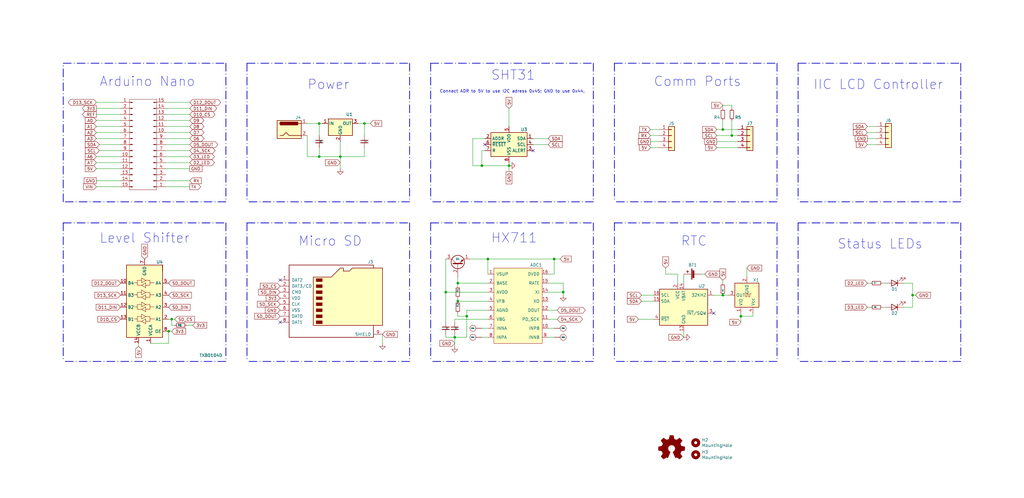
<source format=kicad_sch>
(kicad_sch (version 20211123) (generator eeschema)
  (paper "User" 431.8 210.007)
  (lib_symbols
    (symbol "Connector:Barrel_Jack" (pin_names (offset 1.016))
      (property "Reference" "J" (at 0 5.334 0))
      (property "Value" "Barrel_Jack" (at 0 -5.08 0))
      (symbol "Barrel_Jack_1_1"
        (pin passive line (at 7.62 2.54 180) (length 2.54) (name "~") (number "1"))
        (pin passive line (at 7.62 -2.54 180) (length 2.54) (name "~") (number "2"))
      )
    )
    (symbol "Connector:Conn_01x15_Male" (pin_names (offset 1.016) hide)
      (property "Reference" "J" (at 0 20.32 0))
      (property "Value" "Conn_01x15_Male" (at 0 -20.32 0))
      (symbol "Conn_01x15_Male_1_1"
        (pin passive line (at 5.08 17.78 180) (length 3.81) (name "Pin_1") (number "1"))
        (pin passive line (at 5.08 -5.08 180) (length 3.81) (name "Pin_10") (number "10"))
        (pin passive line (at 5.08 -7.62 180) (length 3.81) (name "Pin_11") (number "11"))
        (pin passive line (at 5.08 -10.16 180) (length 3.81) (name "Pin_12") (number "12"))
        (pin passive line (at 5.08 -12.7 180) (length 3.81) (name "Pin_13") (number "13"))
        (pin passive line (at 5.08 -15.24 180) (length 3.81) (name "Pin_14") (number "14"))
        (pin passive line (at 5.08 -17.78 180) (length 3.81) (name "Pin_15") (number "15"))
        (pin passive line (at 5.08 15.24 180) (length 3.81) (name "Pin_2") (number "2"))
        (pin passive line (at 5.08 12.7 180) (length 3.81) (name "Pin_3") (number "3"))
        (pin passive line (at 5.08 10.16 180) (length 3.81) (name "Pin_4") (number "4"))
        (pin passive line (at 5.08 7.62 180) (length 3.81) (name "Pin_5") (number "5"))
        (pin passive line (at 5.08 5.08 180) (length 3.81) (name "Pin_6") (number "6"))
        (pin passive line (at 5.08 2.54 180) (length 3.81) (name "Pin_7") (number "7"))
        (pin passive line (at 5.08 0 180) (length 3.81) (name "Pin_8") (number "8"))
        (pin passive line (at 5.08 -2.54 180) (length 3.81) (name "Pin_9") (number "9"))
      )
    )
    (symbol "Connector:Micro_SD_Card" (pin_names (offset 1.016))
      (property "Reference" "J" (at -16.51 15.24 0))
      (property "Value" "Micro_SD_Card" (at 16.51 15.24 0))
      (symbol "Micro_SD_Card_1_1"
        (pin bidirectional line (at -22.86 7.62 0) (length 3.81) (name "DAT2") (number "1"))
        (pin bidirectional line (at -22.86 5.08 0) (length 3.81) (name "DAT3/CD") (number "2"))
        (pin input line (at -22.86 2.54 0) (length 3.81) (name "CMD") (number "3"))
        (pin power_in line (at -22.86 0 0) (length 3.81) (name "VDD") (number "4"))
        (pin input line (at -22.86 -2.54 0) (length 3.81) (name "CLK") (number "5"))
        (pin power_in line (at -22.86 -5.08 0) (length 3.81) (name "VSS") (number "6"))
        (pin bidirectional line (at -22.86 -7.62 0) (length 3.81) (name "DAT0") (number "7"))
        (pin bidirectional line (at -22.86 -10.16 0) (length 3.81) (name "DAT1") (number "8"))
        (pin passive line (at 20.32 -15.24 180) (length 3.81) (name "SHIELD") (number "9"))
      )
    )
    (symbol "Connector_Generic:Conn_01x04" (pin_names (offset 1.016) hide)
      (property "Reference" "J" (at 0 5.08 0))
      (property "Value" "Conn_01x04" (at 0 -7.62 0))
      (symbol "Conn_01x04_1_1"
        (pin passive line (at -5.08 2.54 0) (length 3.81) (name "Pin_1") (number "1"))
        (pin passive line (at -5.08 0 0) (length 3.81) (name "Pin_2") (number "2"))
        (pin passive line (at -5.08 -2.54 0) (length 3.81) (name "Pin_3") (number "3"))
        (pin passive line (at -5.08 -5.08 0) (length 3.81) (name "Pin_4") (number "4"))
      )
    )
    (symbol "Device:Battery_Cell" (pin_numbers hide) (pin_names (offset 0) hide)
      (property "Reference" "BT" (at 2.54 2.54 0))
      (property "Value" "Battery_Cell" (at 2.54 0 0))
      (symbol "Battery_Cell_1_1"
        (pin passive line (at 0 5.08 270) (length 2.54) (name "+") (number "1"))
        (pin passive line (at 0 -2.54 90) (length 2.54) (name "-") (number "2"))
      )
    )
    (symbol "Device:C_Small" (pin_numbers hide) (pin_names (offset 0.254) hide)
      (property "Reference" "C" (at 0.254 1.778 0))
      (property "Value" "C_Small" (at 0.254 -2.032 0))
      (symbol "C_Small_1_1"
        (pin passive line (at 0 2.54 270) (length 2.032) (name "~") (number "1"))
        (pin passive line (at 0 -2.54 90) (length 2.032) (name "~") (number "2"))
      )
    )
    (symbol "Device:LED" (pin_numbers hide) (pin_names (offset 1.016) hide)
      (property "Reference" "D" (at 0 2.54 0))
      (property "Value" "LED" (at 0 -2.54 0))
      (symbol "LED_1_1"
        (pin passive line (at -3.81 0 0) (length 2.54) (name "K") (number "1"))
        (pin passive line (at 3.81 0 180) (length 2.54) (name "A") (number "2"))
      )
    )
    (symbol "Device:R_Small" (pin_numbers hide) (pin_names (offset 0.254) hide)
      (property "Reference" "R" (at 0.762 0.508 0))
      (property "Value" "R_Small" (at 0.762 -1.016 0))
      (symbol "R_Small_1_1"
        (pin passive line (at 0 2.54 270) (length 0.762) (name "~") (number "1"))
        (pin passive line (at 0 -2.54 90) (length 0.762) (name "~") (number "2"))
      )
    )
    (symbol "Graphic:Logo_Open_Hardware_Small" (pin_names (offset 1.016)))
    (symbol "Logic_LevelTranslator:TXB0104D"
      (property "Reference" "U" (at -6.35 16.51 0))
      (property "Value" "TXB0104D" (at 3.81 16.51 0))
      (symbol "TXB0104D_1_1"
        (pin power_in line (at -2.54 17.78 270) (length 2.54) (name "VCCA") (number "1"))
        (pin bidirectional line (at 10.16 -7.62 180) (length 2.54) (name "B4") (number "10"))
        (pin bidirectional line (at 10.16 -2.54 180) (length 2.54) (name "B3") (number "11"))
        (pin bidirectional line (at 10.16 2.54 180) (length 2.54) (name "B2") (number "12"))
        (pin bidirectional line (at 10.16 7.62 180) (length 2.54) (name "B1") (number "13"))
        (pin power_in line (at 2.54 17.78 270) (length 2.54) (name "VCCB") (number "14"))
        (pin bidirectional line (at -10.16 7.62 0) (length 2.54) (name "A1") (number "2"))
        (pin bidirectional line (at -10.16 2.54 0) (length 2.54) (name "A2") (number "3"))
        (pin bidirectional line (at -10.16 -2.54 0) (length 2.54) (name "A3") (number "4"))
        (pin bidirectional line (at -10.16 -7.62 0) (length 2.54) (name "A4") (number "5"))
        (pin no_connect line (at -10.16 -12.7 0) (length 2.54) hide (name "NC") (number "6"))
        (pin power_in line (at 0 -17.78 90) (length 2.54) (name "GND") (number "7"))
        (pin input line (at -10.16 12.7 0) (length 2.54) (name "OE") (number "8"))
        (pin no_connect line (at 10.16 -12.7 180) (length 2.54) hide (name "NC") (number "9"))
      )
    )
    (symbol "Mechanical:MountingHole" (pin_names (offset 1.016))
      (property "Reference" "H" (at 0 5.08 0))
      (property "Value" "MountingHole" (at 0 3.175 0))
    )
    (symbol "Oscillator:SG-3030CM"
      (property "Reference" "X" (at -5.08 -6.35 0))
      (property "Value" "SG-3030CM" (at 1.27 -6.35 0))
      (symbol "SG-3030CM_1_1"
        (pin power_in line (at 2.54 7.62 270) (length 2.54) (name "VIO") (number "1"))
        (pin power_in line (at 0 -7.62 90) (length 2.54) (name "GND") (number "2"))
        (pin output line (at 7.62 0 180) (length 2.54) (name "OUT") (number "3"))
        (pin power_in line (at -2.54 7.62 270) (length 2.54) (name "Vcc") (number "4"))
      )
    )
    (symbol "Regulator_Linear:L7805" (pin_names (offset 0.254))
      (property "Reference" "U" (at -3.81 3.175 0))
      (property "Value" "L7805" (at 0 3.175 0))
      (symbol "L7805_1_1"
        (pin power_in line (at -7.62 0 0) (length 2.54) (name "IN") (number "1"))
        (pin power_in line (at 0 -7.62 90) (length 2.54) (name "GND") (number "2"))
        (pin power_out line (at 7.62 0 180) (length 2.54) (name "OUT") (number "3"))
      )
    )
    (symbol "Sensor_Humidity:SHT31-DIS"
      (property "Reference" "U" (at -6.35 6.35 0))
      (property "Value" "SHT31-DIS" (at 6.35 6.35 0))
      (symbol "SHT31-DIS_1_1"
        (pin bidirectional line (at 10.16 2.54 180) (length 2.54) (name "SDA") (number "1"))
        (pin input line (at -10.16 2.54 0) (length 2.54) (name "ADDR") (number "2"))
        (pin output line (at 10.16 -2.54 180) (length 2.54) (name "ALERT") (number "3"))
        (pin input line (at 10.16 0 180) (length 2.54) (name "SCL") (number "4"))
        (pin power_in line (at 0 7.62 270) (length 2.54) (name "VDD") (number "5"))
        (pin input line (at -10.16 0 0) (length 2.54) (name "~{RESET}") (number "6"))
        (pin passive line (at -10.16 -2.54 0) (length 2.54) (name "R") (number "7"))
        (pin power_in line (at 0 -7.62 90) (length 2.54) (name "VSS") (number "8"))
        (pin passive line (at 0 -7.62 90) (length 2.54) hide (name "VSS") (number "9"))
      )
    )
    (symbol "Timer_RTC:DS3231M"
      (property "Reference" "U" (at -7.62 8.89 0))
      (property "Value" "DS3231M" (at 10.16 8.89 0))
      (symbol "DS3231M_1_1"
        (pin open_collector line (at 12.7 5.08 180) (length 2.54) (name "32KHZ") (number "1"))
        (pin passive line (at 0 -10.16 90) (length 2.54) hide (name "GND") (number "10"))
        (pin passive line (at 0 -10.16 90) (length 2.54) hide (name "GND") (number "11"))
        (pin passive line (at 0 -10.16 90) (length 2.54) hide (name "GND") (number "12"))
        (pin power_in line (at 0 -10.16 90) (length 2.54) (name "GND") (number "13"))
        (pin power_in line (at 0 10.16 270) (length 2.54) (name "VBAT") (number "14"))
        (pin bidirectional line (at -12.7 2.54 0) (length 2.54) (name "SDA") (number "15"))
        (pin input line (at -12.7 5.08 0) (length 2.54) (name "SCL") (number "16"))
        (pin power_in line (at -2.54 10.16 270) (length 2.54) (name "VCC") (number "2"))
        (pin open_collector line (at 12.7 -2.54 180) (length 2.54) (name "~{INT}/SQW") (number "3"))
        (pin bidirectional line (at -12.7 -5.08 0) (length 2.54) (name "~{RST}") (number "4"))
        (pin passive line (at 0 -10.16 90) (length 2.54) hide (name "GND") (number "5"))
        (pin passive line (at 0 -10.16 90) (length 2.54) hide (name "GND") (number "6"))
        (pin passive line (at 0 -10.16 90) (length 2.54) hide (name "GND") (number "7"))
        (pin passive line (at 0 -10.16 90) (length 2.54) hide (name "GND") (number "8"))
        (pin passive line (at 0 -10.16 90) (length 2.54) hide (name "GND") (number "9"))
      )
    )
    (symbol "Transistor_BJT:S8550" (pin_names (offset 0) hide)
      (property "Reference" "Q" (at 5.08 1.905 0))
      (property "Value" "S8550" (at 5.08 0 0))
      (symbol "S8550_1_1"
        (pin passive line (at 2.54 -5.08 90) (length 2.54) (name "E") (number "1"))
        (pin input line (at -5.08 0 0) (length 5.08) (name "B") (number "2"))
        (pin passive line (at 2.54 5.08 270) (length 2.54) (name "C") (number "3"))
      )
    )
    (symbol "main-rescue:HX711-Analog_ADC" (pin_names (offset 1.016))
      (property "Value" "HX711-Analog_ADC" (at 1.27 -16.51 90))
      (symbol "HX711-Analog_ADC_1_1"
        (pin power_in line (at -11.43 -3.81 0) (length 2.54) (name "VSUP") (number "1"))
        (pin input line (at 13.97 -26.67 180) (length 2.54) (name "INPB") (number "10"))
        (pin input line (at 13.97 -22.86 180) (length 2.54) (name "PD_SCK") (number "11"))
        (pin output line (at 13.97 -19.05 180) (length 2.54) (name "DOUT") (number "12"))
        (pin input line (at 13.97 -15.24 180) (length 2.54) (name "XO") (number "13"))
        (pin input line (at 13.97 -11.43 180) (length 2.54) (name "XI") (number "14"))
        (pin input line (at 13.97 -7.62 180) (length 2.54) (name "RATE") (number "15"))
        (pin power_in line (at 13.97 -3.81 180) (length 2.54) (name "DVDD") (number "16"))
        (pin output line (at -11.43 -7.62 0) (length 2.54) (name "BASE") (number "2"))
        (pin power_in line (at -11.43 -11.43 0) (length 2.54) (name "AVDD") (number "3"))
        (pin input line (at -11.43 -15.24 0) (length 2.54) (name "VFB") (number "4"))
        (pin power_in line (at -11.43 -19.05 0) (length 2.54) (name "AGND") (number "5"))
        (pin passive line (at -11.43 -22.86 0) (length 2.54) (name "VBG") (number "6"))
        (pin input line (at -11.43 -26.67 0) (length 2.54) (name "INNA") (number "7"))
        (pin input line (at -11.43 -30.48 0) (length 2.54) (name "INPA") (number "8"))
        (pin input line (at 13.97 -30.48 180) (length 2.54) (name "INNB") (number "9"))
      )
    )
    (symbol "main-rescue:SOLDER_PAD-Device" (pin_numbers hide) (pin_names (offset 0) hide)
      (symbol "SOLDER_PAD-Device_1_1"
        (pin unspecified line (at 0 -3.81 180) (length 2.54) (name "PAD") (number "1"))
      )
    )
    (symbol "power:GND" (power) (pin_names (offset 0))
      (property "Value" "GND" (at 0 -3.81 0))
      (symbol "GND_1_1"
        (pin power_in line (at 0 0 270) (length 0) hide (name "GND") (number "1"))
      )
    )
  )
  (junction (at 237.49 123.19))
  (junction (at 187.96 123.19))
  (junction (at 193.04 119.38))
  (junction (at 384.81 124.46))
  (junction (at 312.42 133.35))
  (junction (at 72.39 134.62))
  (junction (at 203.2 69.85))
  (junction (at 196.85 133.35))
  (junction (at 233.68 109.22))
  (junction (at 71.12 139.7))
  (junction (at 214.63 69.85))
  (junction (at 191.77 142.24))
  (junction (at 193.04 127))
  (junction (at 308.61 57.15))
  (junction (at 304.8 54.61))
  (junction (at 134.62 52.07))
  (junction (at 153.67 52.07))
  (junction (at 143.51 66.04))
  (junction (at 134.62 66.04))
  (junction (at 205.74 109.22))
  (junction (at 304.8 124.46))
  (no_connect (at 300.99 132.08))
  (no_connect (at 224.79 63.5))
  (no_connect (at 118.11 135.89))
  (no_connect (at 118.11 118.11))
  (no_connect (at 204.47 60.96))
  (wire (pts (xy 69.85 78.74) (xy 80.01 78.74)))
  (polyline (pts (xy 181.61 26.67) (xy 181.61 85.09)) (stroke (width 0.3048) (type dash_dot)))
  (wire (pts (xy 369.57 55.88) (xy 365.76 55.88)))
  (polyline (pts (xy 181.61 26.67) (xy 250.19 26.67)) (stroke (width 0.3048) (type dash_dot)))
  (polyline (pts (xy 181.61 93.98) (xy 181.61 152.4)) (stroke (width 0.3048) (type dash_dot)))
  (polyline (pts (xy 66.04 41.91) (xy 54.61 41.91)) (stroke (width 0) (type solid) (color 110 50 41 1)))
  (wire (pts (xy 187.96 140.97) (xy 187.96 142.24)))
  (wire (pts (xy 231.14 119.38) (xy 237.49 119.38)))
  (wire (pts (xy 205.74 109.22) (xy 233.68 109.22)))
  (wire (pts (xy 69.85 63.5) (xy 80.01 63.5)))
  (wire (pts (xy 69.85 48.26) (xy 80.01 48.26)))
  (wire (pts (xy 72.39 137.16) (xy 72.39 134.62)))
  (polyline (pts (xy 327.66 152.4) (xy 259.08 152.4)) (stroke (width 0.3048) (type dash_dot)))
  (wire (pts (xy 40.64 43.18) (xy 50.8 43.18)))
  (wire (pts (xy 269.24 134.62) (xy 275.59 134.62)))
  (wire (pts (xy 224.79 60.96) (xy 231.14 60.96)))
  (wire (pts (xy 153.67 66.04) (xy 143.51 66.04)))
  (wire (pts (xy 365.76 58.42) (xy 369.57 58.42)))
  (polyline (pts (xy 405.13 152.4) (xy 336.55 152.4)) (stroke (width 0.3048) (type dash_dot)))
  (wire (pts (xy 302.26 54.61) (xy 304.8 54.61)))
  (polyline (pts (xy 259.08 26.67) (xy 259.08 85.09)) (stroke (width 0.3048) (type dash_dot)))
  (polyline (pts (xy 95.25 152.4) (xy 26.67 152.4)) (stroke (width 0.3048) (type dash_dot)))
  (wire (pts (xy 285.75 115.57) (xy 285.75 119.38)))
  (polyline (pts (xy 336.55 93.98) (xy 336.55 152.4)) (stroke (width 0.3048) (type dash_dot)))
  (wire (pts (xy 151.13 52.07) (xy 153.67 52.07)))
  (polyline (pts (xy 259.08 26.67) (xy 327.66 26.67)) (stroke (width 0.3048) (type dash_dot)))
  (polyline (pts (xy 181.61 93.98) (xy 250.19 93.98)) (stroke (width 0.3048) (type dash_dot)))
  (wire (pts (xy 69.85 66.04) (xy 80.01 66.04)))
  (polyline (pts (xy 26.67 26.67) (xy 95.25 26.67)) (stroke (width 0.3048) (type dash_dot)))
  (polyline (pts (xy 104.14 26.67) (xy 104.14 85.09)) (stroke (width 0.3048) (type dash_dot)))
  (wire (pts (xy 40.64 48.26) (xy 50.8 48.26)))
  (wire (pts (xy 280.67 115.57) (xy 280.67 113.03)))
  (wire (pts (xy 40.64 68.58) (xy 50.8 68.58)))
  (polyline (pts (xy 95.25 93.98) (xy 95.25 152.4)) (stroke (width 0.3048) (type dash_dot)))
  (wire (pts (xy 205.74 119.38) (xy 193.04 119.38)))
  (wire (pts (xy 302.26 59.69) (xy 311.15 59.69)))
  (wire (pts (xy 384.81 129.54) (xy 381 129.54)))
  (wire (pts (xy 69.85 43.18) (xy 80.01 43.18)))
  (wire (pts (xy 237.49 123.19) (xy 237.49 124.46)))
  (wire (pts (xy 40.64 55.88) (xy 50.8 55.88)))
  (wire (pts (xy 69.85 53.34) (xy 80.01 53.34)))
  (wire (pts (xy 143.51 66.04) (xy 143.51 59.69)))
  (wire (pts (xy 187.96 123.19) (xy 187.96 135.89)))
  (wire (pts (xy 317.5 133.35) (xy 312.42 133.35)))
  (wire (pts (xy 153.67 52.07) (xy 153.67 57.15)))
  (wire (pts (xy 233.68 115.57) (xy 231.14 115.57)))
  (polyline (pts (xy 405.13 85.09) (xy 336.55 85.09)) (stroke (width 0.3048) (type dash_dot)))
  (polyline (pts (xy 66.04 80.01) (xy 66.04 41.91)) (stroke (width 0) (type solid) (color 110 41 51 1)))
  (polyline (pts (xy 26.67 85.09) (xy 26.67 26.67)) (stroke (width 0.3048) (type dash_dot)))
  (wire (pts (xy 63.5 144.78) (xy 71.12 144.78)))
  (wire (pts (xy 203.2 63.5) (xy 203.2 69.85)))
  (wire (pts (xy 314.96 116.84) (xy 314.96 113.03)))
  (wire (pts (xy 274.32 54.61) (xy 278.13 54.61)))
  (wire (pts (xy 50.8 71.12) (xy 40.64 71.12)))
  (wire (pts (xy 72.39 134.62) (xy 73.66 134.62)))
  (wire (pts (xy 304.8 124.46) (xy 307.34 124.46)))
  (wire (pts (xy 304.8 54.61) (xy 311.15 54.61)))
  (wire (pts (xy 214.63 69.85) (xy 214.63 68.58)))
  (wire (pts (xy 304.8 44.45) (xy 304.8 45.72)))
  (wire (pts (xy 69.85 76.2) (xy 80.01 76.2)))
  (wire (pts (xy 372.11 119.38) (xy 373.38 119.38)))
  (wire (pts (xy 40.64 78.74) (xy 50.8 78.74)))
  (wire (pts (xy 199.39 58.42) (xy 199.39 69.85)))
  (polyline (pts (xy 405.13 26.67) (xy 405.13 85.09)) (stroke (width 0.3048) (type dash_dot)))
  (wire (pts (xy 203.2 142.24) (xy 205.74 142.24)))
  (wire (pts (xy 199.39 58.42) (xy 204.47 58.42)))
  (wire (pts (xy 69.85 50.8) (xy 80.01 50.8)))
  (wire (pts (xy 69.85 60.96) (xy 80.01 60.96)))
  (wire (pts (xy 203.2 69.85) (xy 214.63 69.85)))
  (wire (pts (xy 231.14 130.81) (xy 234.95 130.81)))
  (polyline (pts (xy 54.61 80.01) (xy 66.04 80.01)) (stroke (width 0) (type solid) (color 126 34 55 1)))
  (wire (pts (xy 270.51 127) (xy 275.59 127)))
  (wire (pts (xy 233.68 109.22) (xy 233.68 115.57)))
  (wire (pts (xy 134.62 57.15) (xy 134.62 52.07)))
  (wire (pts (xy 381 119.38) (xy 384.81 119.38)))
  (wire (pts (xy 58.42 146.05) (xy 58.42 144.78)))
  (wire (pts (xy 193.04 133.35) (xy 196.85 133.35)))
  (wire (pts (xy 308.61 45.72) (xy 308.61 44.45)))
  (polyline (pts (xy 405.13 93.98) (xy 405.13 152.4)) (stroke (width 0.3048) (type dash_dot)))
  (wire (pts (xy 384.81 124.46) (xy 384.81 129.54)))
  (wire (pts (xy 187.96 142.24) (xy 191.77 142.24)))
  (polyline (pts (xy 259.08 93.98) (xy 327.66 93.98)) (stroke (width 0.3048) (type dash_dot)))
  (wire (pts (xy 295.91 115.57) (xy 297.18 115.57)))
  (polyline (pts (xy 26.67 93.98) (xy 95.25 93.98)) (stroke (width 0.3048) (type dash_dot)))
  (wire (pts (xy 73.66 137.16) (xy 72.39 137.16)))
  (wire (pts (xy 69.85 71.12) (xy 80.01 71.12)))
  (polyline (pts (xy 327.66 93.98) (xy 327.66 152.4)) (stroke (width 0.3048) (type dash_dot)))
  (wire (pts (xy 153.67 52.07) (xy 156.21 52.07)))
  (wire (pts (xy 365.76 119.38) (xy 367.03 119.38)))
  (wire (pts (xy 270.51 124.46) (xy 275.59 124.46)))
  (wire (pts (xy 231.14 123.19) (xy 237.49 123.19)))
  (wire (pts (xy 40.64 50.8) (xy 50.8 50.8)))
  (wire (pts (xy 308.61 50.8) (xy 308.61 57.15)))
  (wire (pts (xy 69.85 68.58) (xy 80.01 68.58)))
  (wire (pts (xy 71.12 134.62) (xy 72.39 134.62)))
  (polyline (pts (xy 95.25 26.67) (xy 95.25 85.09)) (stroke (width 0.3048) (type dash_dot)))
  (polyline (pts (xy 336.55 93.98) (xy 405.13 93.98)) (stroke (width 0.3048) (type dash_dot)))
  (wire (pts (xy 193.04 119.38) (xy 193.04 116.84)))
  (wire (pts (xy 304.8 118.11) (xy 304.8 119.38)))
  (wire (pts (xy 204.47 63.5) (xy 203.2 63.5)))
  (wire (pts (xy 191.77 142.24) (xy 191.77 146.05)))
  (polyline (pts (xy 259.08 93.98) (xy 259.08 152.4)) (stroke (width 0.3048) (type dash_dot)))
  (wire (pts (xy 161.29 144.78) (xy 161.29 140.97)))
  (wire (pts (xy 191.77 142.24) (xy 196.85 142.24)))
  (wire (pts (xy 365.76 53.34) (xy 369.57 53.34)))
  (wire (pts (xy 312.42 133.35) (xy 312.42 132.08)))
  (wire (pts (xy 40.64 53.34) (xy 50.8 53.34)))
  (wire (pts (xy 129.54 57.15) (xy 129.54 66.04)))
  (wire (pts (xy 191.77 135.89) (xy 191.77 134.62)))
  (wire (pts (xy 196.85 130.81) (xy 205.74 130.81)))
  (wire (pts (xy 40.64 66.04) (xy 50.8 66.04)))
  (polyline (pts (xy 172.72 26.67) (xy 172.72 85.09)) (stroke (width 0.3048) (type dash_dot)))
  (polyline (pts (xy 95.25 85.09) (xy 26.67 85.09)) (stroke (width 0.3048) (type dash_dot)))
  (wire (pts (xy 40.64 58.42) (xy 50.8 58.42)))
  (wire (pts (xy 199.39 69.85) (xy 203.2 69.85)))
  (wire (pts (xy 214.63 72.39) (xy 214.63 69.85)))
  (wire (pts (xy 193.04 120.65) (xy 193.04 119.38)))
  (wire (pts (xy 274.32 59.69) (xy 278.13 59.69)))
  (wire (pts (xy 129.54 66.04) (xy 134.62 66.04)))
  (polyline (pts (xy 250.19 152.4) (xy 181.61 152.4)) (stroke (width 0.3048) (type dash_dot)))
  (polyline (pts (xy 327.66 85.09) (xy 259.08 85.09)) (stroke (width 0.3048) (type dash_dot)))
  (polyline (pts (xy 250.19 93.98) (xy 250.19 152.4)) (stroke (width 0.3048) (type dash_dot)))
  (wire (pts (xy 224.79 58.42) (xy 231.14 58.42)))
  (wire (pts (xy 134.62 66.04) (xy 143.51 66.04)))
  (wire (pts (xy 365.76 60.96) (xy 369.57 60.96)))
  (polyline (pts (xy 104.14 26.67) (xy 172.72 26.67)) (stroke (width 0.3048) (type dash_dot)))
  (wire (pts (xy 367.03 129.54) (xy 365.76 129.54)))
  (wire (pts (xy 308.61 44.45) (xy 304.8 44.45)))
  (wire (pts (xy 236.22 109.22) (xy 233.68 109.22)))
  (polyline (pts (xy 336.55 26.67) (xy 405.13 26.67)) (stroke (width 0.3048) (type dash_dot)))
  (wire (pts (xy 233.68 142.24) (xy 231.14 142.24)))
  (wire (pts (xy 233.68 138.43) (xy 231.14 138.43)))
  (polyline (pts (xy 250.19 26.67) (xy 250.19 85.09)) (stroke (width 0.3048) (type dash_dot)))
  (polyline (pts (xy 172.72 93.98) (xy 172.72 152.4)) (stroke (width 0.3048) (type dash_dot)))
  (polyline (pts (xy 104.14 93.98) (xy 104.14 152.4)) (stroke (width 0.3048) (type dash_dot)))
  (wire (pts (xy 312.42 135.89) (xy 312.42 133.35)))
  (wire (pts (xy 288.29 119.38) (xy 288.29 115.57)))
  (wire (pts (xy 153.67 62.23) (xy 153.67 66.04)))
  (wire (pts (xy 187.96 109.22) (xy 187.96 123.19)))
  (wire (pts (xy 372.11 129.54) (xy 373.38 129.54)))
  (polyline (pts (xy 250.19 85.09) (xy 181.61 85.09)) (stroke (width 0.3048) (type dash_dot)))
  (wire (pts (xy 129.54 52.07) (xy 134.62 52.07)))
  (wire (pts (xy 386.08 124.46) (xy 384.81 124.46)))
  (wire (pts (xy 203.2 138.43) (xy 205.74 138.43)))
  (wire (pts (xy 134.62 52.07) (xy 135.89 52.07)))
  (wire (pts (xy 69.85 55.88) (xy 80.01 55.88)))
  (wire (pts (xy 71.12 139.7) (xy 72.39 139.7)))
  (wire (pts (xy 205.74 127) (xy 193.04 127)))
  (polyline (pts (xy 54.61 41.91) (xy 54.61 80.01)) (stroke (width 0) (type solid) (color 111 53 48 1)))
  (wire (pts (xy 41.91 60.96) (xy 50.8 60.96)))
  (wire (pts (xy 308.61 57.15) (xy 311.15 57.15)))
  (polyline (pts (xy 327.66 26.67) (xy 327.66 85.09)) (stroke (width 0.3048) (type dash_dot)))
  (wire (pts (xy 196.85 133.35) (xy 196.85 142.24)))
  (wire (pts (xy 274.32 62.23) (xy 278.13 62.23)))
  (wire (pts (xy 231.14 134.62) (xy 234.95 134.62)))
  (wire (pts (xy 187.96 123.19) (xy 205.74 123.19)))
  (wire (pts (xy 40.64 76.2) (xy 50.8 76.2)))
  (wire (pts (xy 69.85 58.42) (xy 80.01 58.42)))
  (wire (pts (xy 384.81 119.38) (xy 384.81 124.46)))
  (wire (pts (xy 191.77 142.24) (xy 191.77 140.97)))
  (wire (pts (xy 302.26 57.15) (xy 308.61 57.15)))
  (wire (pts (xy 193.04 132.08) (xy 193.04 133.35)))
  (wire (pts (xy 237.49 119.38) (xy 237.49 123.19)))
  (wire (pts (xy 71.12 144.78) (xy 71.12 139.7)))
  (wire (pts (xy 191.77 134.62) (xy 205.74 134.62)))
  (wire (pts (xy 143.51 66.04) (xy 143.51 71.12)))
  (wire (pts (xy 300.99 124.46) (xy 304.8 124.46)))
  (polyline (pts (xy 336.55 26.67) (xy 336.55 85.09)) (stroke (width 0.3048) (type dash_dot)))
  (polyline (pts (xy 172.72 85.09) (xy 104.14 85.09)) (stroke (width 0.3048) (type dash_dot)))
  (wire (pts (xy 288.29 142.24) (xy 288.29 139.7)))
  (wire (pts (xy 196.85 130.81) (xy 196.85 133.35)))
  (polyline (pts (xy 104.14 93.98) (xy 172.72 93.98)) (stroke (width 0.3048) (type dash_dot)))
  (wire (pts (xy 304.8 50.8) (xy 304.8 54.61)))
  (wire (pts (xy 205.74 115.57) (xy 205.74 109.22)))
  (wire (pts (xy 278.13 57.15) (xy 274.32 57.15)))
  (wire (pts (xy 69.85 45.72) (xy 80.01 45.72)))
  (polyline (pts (xy 26.67 93.98) (xy 26.67 152.4)) (stroke (width 0.3048) (type dash_dot)))
  (polyline (pts (xy 172.72 152.4) (xy 104.14 152.4)) (stroke (width 0.3048) (type dash_dot)))
  (wire (pts (xy 317.5 132.08) (xy 317.5 133.35)))
  (wire (pts (xy 205.74 109.22) (xy 198.12 109.22)))
  (wire (pts (xy 78.74 137.16) (xy 81.28 137.16)))
  (wire (pts (xy 280.67 115.57) (xy 285.75 115.57)))
  (wire (pts (xy 40.64 45.72) (xy 50.8 45.72)))
  (wire (pts (xy 41.91 63.5) (xy 50.8 63.5)))
  (wire (pts (xy 214.63 45.72) (xy 214.63 53.34)))
  (wire (pts (xy 134.62 62.23) (xy 134.62 66.04)))
  (wire (pts (xy 302.26 62.23) (xy 311.15 62.23)))
  (wire (pts (xy 193.04 127) (xy 193.04 125.73)))
  (text "\n" (at 232.41 44.45 0) (effects (font (size 3.9878 3.9878)) (justify left bottom)))
  (text "IIC LCD Controller\n" (at 342.9 38.1 0) (effects (font (size 3.9878 3.9878)) (justify left bottom)))
  (text "SHT31\n\n\n" (at 207.01 46.99 0) (effects (font (size 3.9878 3.9878)) (justify left bottom)))
  (text "Comm Ports\n" (at 275.59 36.83 0) (effects (font (size 3.9878 3.9878)) (justify left bottom)))
  (text "HX711\n\n" (at 207.01 109.22 0) (effects (font (size 3.9878 3.9878)) (justify left bottom)))
  (text "Connect ADR to 5V to use I2C adress 0x45; GND to use 0x44." (at 185.42 39.37 0) (effects (font (size 1.27 1.27)) (justify left bottom)))
  (text "Arduino Nano\n" (at 41.91 36.83 0) (effects (font (size 3.9878 3.9878)) (justify left bottom)))
  (text "Status LEDs\n\n" (at 353.06 111.76 0) (effects (font (size 3.9878 3.9878)) (justify left bottom)))
  (text "Micro SD\n" (at 125.73 104.14 0) (effects (font (size 3.9878 3.9878)) (justify left bottom)))
  (text "Power\n" (at 129.54 38.1 0) (effects (font (size 3.9878 3.9878)) (justify left bottom)))
  (text "Level Shifter\n" (at 41.91 102.87 0) (effects (font (size 3.9878 3.9878)) (justify left bottom)))
  (text "RTC" (at 287.02 104.14 0) (effects (font (size 3.9878 3.9878)) (justify left bottom)))
  (global_label "SD_SCK" (shape input) (at 71.12 124.46 0) (property "Intersheet References" "${INTERSHEET_REFS}" (effects hide)))
  (global_label "3V3" (shape input) (at 118.11 125.73 180) (property "Intersheet References" "${INTERSHEET_REFS}" (effects hide)))
  (global_label "A1" (shape input) (at 40.64 53.34 180) (property "Intersheet References" "${INTERSHEET_REFS}" (effects hide)))
  (global_label "A0" (shape input) (at 40.64 50.8 180) (property "Intersheet References" "${INTERSHEET_REFS}" (effects hide)))
  (global_label "3V3" (shape input) (at 81.28 137.16 0) (property "Intersheet References" "${INTERSHEET_REFS}" (effects hide)))
  (global_label "A7" (shape input) (at 40.64 68.58 180) (property "Intersheet References" "${INTERSHEET_REFS}" (effects hide)))
  (global_label "D12_DOUT" (shape input) (at 50.8 119.38 180) (property "Intersheet References" "${INTERSHEET_REFS}" (effects hide)))
  (global_label "5V" (shape input) (at 236.22 109.22 0) (property "Intersheet References" "${INTERSHEET_REFS}" (effects hide)))
  (global_label "5V" (shape input) (at 156.21 52.07 0) (property "Intersheet References" "${INTERSHEET_REFS}" (effects hide)))
  (global_label "GND" (shape passive) (at 214.63 72.39 270) (property "Intersheet References" "${INTERSHEET_REFS}" (effects hide)))
  (global_label "SCL" (shape input) (at 302.26 57.15 180) (property "Intersheet References" "${INTERSHEET_REFS}" (effects hide)))
  (global_label "D10_CS" (shape bidirectional) (at 80.01 48.26 0) (property "Intersheet References" "${INTERSHEET_REFS}" (effects hide)))
  (global_label "3V3" (shape output) (at 40.64 45.72 180) (property "Intersheet References" "${INTERSHEET_REFS}" (effects hide)))
  (global_label "D4_SCK" (shape bidirectional) (at 80.01 63.5 0) (property "Intersheet References" "${INTERSHEET_REFS}" (effects hide)))
  (global_label "SCL" (shape input) (at 231.14 60.96 0) (property "Intersheet References" "${INTERSHEET_REFS}" (effects hide)))
  (global_label "D11_DIN" (shape input) (at 50.8 129.54 180) (property "Intersheet References" "${INTERSHEET_REFS}" (effects hide)))
  (global_label "SDA" (shape input) (at 270.51 127 180) (property "Intersheet References" "${INTERSHEET_REFS}" (effects hide)))
  (global_label "D5_DOUT" (shape bidirectional) (at 80.01 60.96 0) (property "Intersheet References" "${INTERSHEET_REFS}" (effects hide)))
  (global_label "SD_DIN" (shape input) (at 118.11 123.19 180) (property "Intersheet References" "${INTERSHEET_REFS}" (effects hide)))
  (global_label "5V" (shape input) (at 365.76 60.96 180) (property "Intersheet References" "${INTERSHEET_REFS}" (effects hide)))
  (global_label "5V" (shape input) (at 302.26 62.23 180) (property "Intersheet References" "${INTERSHEET_REFS}" (effects hide)))
  (global_label "SDA" (shape input) (at 302.26 54.61 180) (property "Intersheet References" "${INTERSHEET_REFS}" (effects hide)))
  (global_label "D3_LED" (shape bidirectional) (at 80.01 66.04 0) (property "Intersheet References" "${INTERSHEET_REFS}" (effects hide)))
  (global_label "GND" (shape passive) (at 80.01 71.12 0) (property "Intersheet References" "${INTERSHEET_REFS}" (effects hide)))
  (global_label "SCL" (shape input) (at 365.76 55.88 180) (property "Intersheet References" "${INTERSHEET_REFS}" (effects hide)))
  (global_label "5V" (shape input) (at 312.42 135.89 180) (property "Intersheet References" "${INTERSHEET_REFS}" (effects hide)))
  (global_label "5V" (shape input) (at 304.8 118.11 90) (property "Intersheet References" "${INTERSHEET_REFS}" (effects hide)))
  (global_label "D5_DOUT" (shape bidirectional) (at 234.95 130.81 0) (property "Intersheet References" "${INTERSHEET_REFS}" (effects hide)))
  (global_label "D10_CS" (shape input) (at 50.8 134.62 180) (property "Intersheet References" "${INTERSHEET_REFS}" (effects hide)))
  (global_label "SD_DOUT" (shape input) (at 71.12 119.38 0) (property "Intersheet References" "${INTERSHEET_REFS}" (effects hide)))
  (global_label "SDA" (shape input) (at 365.76 53.34 180) (property "Intersheet References" "${INTERSHEET_REFS}" (effects hide)))
  (global_label "GND" (shape input) (at 386.08 124.46 0) (property "Intersheet References" "${INTERSHEET_REFS}" (effects hide)))
  (global_label "D6" (shape bidirectional) (at 80.01 58.42 0) (property "Intersheet References" "${INTERSHEET_REFS}" (effects hide)))
  (global_label "D13_SCK" (shape bidirectional) (at 40.64 43.18 180) (property "Intersheet References" "${INTERSHEET_REFS}" (effects hide)))
  (global_label "GND" (shape input) (at 297.18 115.57 0) (property "Intersheet References" "${INTERSHEET_REFS}" (effects hide)))
  (global_label "SD_DIN" (shape input) (at 71.12 129.54 0) (property "Intersheet References" "${INTERSHEET_REFS}" (effects hide)))
  (global_label "D9" (shape bidirectional) (at 80.01 50.8 0) (property "Intersheet References" "${INTERSHEET_REFS}" (effects hide)))
  (global_label "GND" (shape input) (at 118.11 130.81 180) (property "Intersheet References" "${INTERSHEET_REFS}" (effects hide)))
  (global_label "D12_DOUT" (shape bidirectional) (at 80.01 43.18 0) (property "Intersheet References" "${INTERSHEET_REFS}" (effects hide)))
  (global_label "D2_LED" (shape input) (at 365.76 119.38 180) (property "Intersheet References" "${INTERSHEET_REFS}" (effects hide)))
  (global_label "5V" (shape input) (at 269.24 134.62 180) (property "Intersheet References" "${INTERSHEET_REFS}" (effects hide)))
  (global_label "D11_DIN" (shape bidirectional) (at 80.01 45.72 0) (property "Intersheet References" "${INTERSHEET_REFS}" (effects hide)))
  (global_label "A6" (shape input) (at 40.64 66.04 180) (property "Intersheet References" "${INTERSHEET_REFS}" (effects hide)))
  (global_label "GND" (shape input) (at 60.96 109.22 90) (property "Intersheet References" "${INTERSHEET_REFS}" (effects hide)))
  (global_label "TX" (shape output) (at 80.01 78.74 0) (property "Intersheet References" "${INTERSHEET_REFS}" (effects hide)))
  (global_label "VIN" (shape input) (at 40.64 78.74 180) (property "Intersheet References" "${INTERSHEET_REFS}" (effects hide)))
  (global_label "SD_CS" (shape input) (at 73.66 134.62 0) (property "Intersheet References" "${INTERSHEET_REFS}" (effects hide)))
  (global_label "D3_LED" (shape input) (at 365.76 129.54 180) (property "Intersheet References" "${INTERSHEET_REFS}" (effects hide)))
  (global_label "GND" (shape input) (at 143.51 68.58 180) (property "Intersheet References" "${INTERSHEET_REFS}" (effects hide)))
  (global_label "SD_SCK" (shape input) (at 118.11 128.27 180) (property "Intersheet References" "${INTERSHEET_REFS}" (effects hide)))
  (global_label "SD_DOUT" (shape input) (at 118.11 133.35 180) (property "Intersheet References" "${INTERSHEET_REFS}" (effects hide)))
  (global_label "D7" (shape bidirectional) (at 80.01 55.88 0) (property "Intersheet References" "${INTERSHEET_REFS}" (effects hide)))
  (global_label "SDA" (shape input) (at 231.14 58.42 0) (property "Intersheet References" "${INTERSHEET_REFS}" (effects hide)))
  (global_label "D13_SCK" (shape input) (at 50.8 124.46 180) (property "Intersheet References" "${INTERSHEET_REFS}" (effects hide)))
  (global_label "RX" (shape input) (at 274.32 57.15 180) (property "Intersheet References" "${INTERSHEET_REFS}" (effects hide)))
  (global_label "5V" (shape input) (at 274.32 62.23 180) (property "Intersheet References" "${INTERSHEET_REFS}" (effects hide)))
  (global_label "5V" (shape input) (at 214.63 45.72 90) (property "Intersheet References" "${INTERSHEET_REFS}" (effects hide)))
  (global_label "GND" (shape input) (at 191.77 144.78 180) (property "Intersheet References" "${INTERSHEET_REFS}" (effects hide)))
  (global_label "GND" (shape input) (at 161.29 140.97 0) (property "Intersheet References" "${INTERSHEET_REFS}" (effects hide)))
  (global_label "SCL" (shape input) (at 41.91 63.5 180) (property "Intersheet References" "${INTERSHEET_REFS}" (effects hide)))
  (global_label "D4_SCK" (shape bidirectional) (at 234.95 134.62 0) (property "Intersheet References" "${INTERSHEET_REFS}" (effects hide)))
  (global_label "GND" (shape passive) (at 302.26 59.69 180) (property "Intersheet References" "${INTERSHEET_REFS}" (effects hide)))
  (global_label "GND" (shape passive) (at 365.76 58.42 180) (property "Intersheet References" "${INTERSHEET_REFS}" (effects hide)))
  (global_label "GND" (shape input) (at 314.96 113.03 0) (property "Intersheet References" "${INTERSHEET_REFS}" (effects hide)))
  (global_label "GND" (shape passive) (at 40.64 76.2 180) (property "Intersheet References" "${INTERSHEET_REFS}" (effects hide)))
  (global_label "D2_LED" (shape bidirectional) (at 80.01 68.58 0) (property "Intersheet References" "${INTERSHEET_REFS}" (effects hide)))
  (global_label "3V3" (shape input) (at 72.39 139.7 0) (property "Intersheet References" "${INTERSHEET_REFS}" (effects hide)))
  (global_label "A2" (shape input) (at 40.64 55.88 180) (property "Intersheet References" "${INTERSHEET_REFS}" (effects hide)))
  (global_label "TX" (shape input) (at 274.32 54.61 180) (property "Intersheet References" "${INTERSHEET_REFS}" (effects hide)))
  (global_label "5V" (shape input) (at 280.67 113.03 90) (property "Intersheet References" "${INTERSHEET_REFS}" (effects hide)))
  (global_label "A3" (shape input) (at 40.64 58.42 180) (property "Intersheet References" "${INTERSHEET_REFS}" (effects hide)))
  (global_label "5V" (shape input) (at 304.8 44.45 180) (property "Intersheet References" "${INTERSHEET_REFS}" (effects hide)))
  (global_label "RX" (shape input) (at 80.01 76.2 0) (property "Intersheet References" "${INTERSHEET_REFS}" (effects hide)))
  (global_label "SDA" (shape input) (at 41.91 60.96 180) (property "Intersheet References" "${INTERSHEET_REFS}" (effects hide)))
  (global_label "D8" (shape bidirectional) (at 80.01 53.34 0) (property "Intersheet References" "${INTERSHEET_REFS}" (effects hide)))
  (global_label "SD_CS" (shape input) (at 118.11 120.65 180) (property "Intersheet References" "${INTERSHEET_REFS}" (effects hide)))
  (global_label "GND" (shape passive) (at 274.32 59.69 180) (property "Intersheet References" "${INTERSHEET_REFS}" (effects hide)))
  (global_label "5V" (shape input) (at 58.42 146.05 270) (property "Intersheet References" "${INTERSHEET_REFS}" (effects hide)))
  (global_label "GND" (shape input) (at 288.29 142.24 180) (property "Intersheet References" "${INTERSHEET_REFS}" (effects hide)))
  (global_label "SCL" (shape input) (at 270.51 124.46 180) (property "Intersheet References" "${INTERSHEET_REFS}" (effects hide)))
  (global_label "5V" (shape input) (at 40.64 71.12 180) (property "Intersheet References" "${INTERSHEET_REFS}" (effects hide)))
  (global_label "REF" (shape output) (at 40.64 48.26 180) (property "Intersheet References" "${INTERSHEET_REFS}" (effects hide)))
  (symbol (lib_id "Connector:Conn_01x15_Male") (at 55.88 60.96 0) (mirror y) (unit 1)
    (property "Reference" "J1" (effects hide))
    (property "Value" "Conn_01x15_Male" (effects hide))
    (property "Footprint" "Connector_PinSocket_2.54mm:PinSocket_1x15_P2.54mm_Vertical" (effects hide))
  )
  (symbol (lib_id "Connector:Conn_01x15_Male") (at 64.77 60.96 0) (mirror x) (unit 1)
    (property "Reference" "J2" (effects hide))
    (property "Value" "Conn_01x15_Male" (effects hide))
    (property "Footprint" "Connector_PinSocket_2.54mm:PinSocket_1x15_P2.54mm_Vertical" (effects hide))
  )
  (symbol (lib_id "main-rescue:HX711-Analog_ADC") (at 217.17 111.76 0) (unit 1)
    (property "Reference" "ADC1" (at 226.06 111.76 0))
    (property "Value" "HX711" (effects hide))
    (property "Footprint" "Package_SO:SOP-16_3.9x9.9mm_P1.27mm" (effects hide))
    (property "Datasheet" "https://jlcpcb.com/parts/componentSearch?isSearch=true&searchTxt=hx711" (effects hide))
  )
  (symbol (lib_id "Sensor_Humidity:SHT31-DIS") (at 214.63 60.96 0) (unit 1)
    (property "Reference" "U3" (at 220.98 54.61 0))
    (property "Value" "SHT31-DIS" (effects hide))
    (property "Footprint" "Sensor_Humidity:Sensirion_DFN-8-1EP_2.5x2.5mm_P0.5mm_EP1.1x1.7mm" (effects hide))
    (property "Datasheet" "https://www.sensirion.com/fileadmin/user_upload/customers/sensirion/Dokumente/2_Humidity_Sensors/Datasheets/Sensirion_Humidity_Sensors_SHT3x_Datasheet_digital.pdf" (effects hide))
  )
  (symbol (lib_id "power:GND") (at 191.77 146.05 0) (unit 1)
    (property "Reference" "#PWR02" (effects hide))
    (property "Value" "GND" (effects hide))
  )
  (symbol (lib_id "Device:C_Small") (at 191.77 138.43 0) (unit 1)
    (property "Reference" "C2" (at 191.77 138.43 0) (effects (font (size 0.508 0.508)) (justify left)))
    (property "Value" "0.1uF" (effects hide))
    (property "Footprint" "Capacitor_SMD:C_0201_0603Metric" (effects hide))
  )
  (symbol (lib_id "Transistor_BJT:S8550") (at 193.04 111.76 90) (unit 1)
    (property "Reference" "Q1" (at 193.04 109.22 90) (effects (font (size 0.7874 0.7874))))
    (property "Value" "S8550" (effects hide))
    (property "Footprint" "Package_TO_SOT_SMD:SOT-23" (effects hide))
    (property "Datasheet" "http://www.unisonic.com.tw/datasheet/S8550.pdf" (effects hide))
  )
  (symbol (lib_id "Device:C_Small") (at 187.96 138.43 0) (unit 1)
    (property "Reference" "C1" (at 187.96 138.43 0) (effects (font (size 0.508 0.508)) (justify left)))
    (property "Value" "10uF" (effects hide))
    (property "Footprint" "Capacitor_SMD:C_0201_0603Metric" (effects hide))
  )
  (symbol (lib_id "power:GND") (at 161.29 144.78 0) (unit 1)
    (property "Reference" "#PWR01" (effects hide))
    (property "Value" "GND" (effects hide))
  )
  (symbol (lib_id "Device:R_Small") (at 193.04 123.19 0) (unit 1)
    (property "Reference" "R1" (at 193.04 123.19 90) (effects (font (size 0.7874 0.7874)) (justify left)))
    (property "Value" "R_Small" (effects hide))
    (property "Footprint" "Resistor_SMD:R_0603_1608Metric" (effects hide))
  )
  (symbol (lib_id "Device:R_Small") (at 193.04 129.54 0) (unit 1)
    (property "Reference" "R2" (at 193.04 129.54 90) (effects (font (size 0.7874 0.7874)) (justify left)))
    (property "Value" "R_Small" (effects hide))
    (property "Footprint" "Resistor_SMD:R_0603_1608Metric" (effects hide))
  )
  (symbol (lib_id "power:GND") (at 237.49 124.46 0) (unit 1)
    (property "Reference" "#PWR04" (effects hide))
    (property "Value" "GND" (effects hide))
  )
  (symbol (lib_id "Connector_Generic:Conn_01x04") (at 283.21 57.15 0) (unit 1)
    (property "Reference" "J5" (at 281.94 52.07 0) (effects (justify left)))
    (property "Value" "Conn_01x04" (effects hide))
    (property "Footprint" "Connector_PinHeader_2.54mm:PinHeader_1x04_P2.54mm_Vertical" (effects hide))
  )
  (symbol (lib_id "main-rescue:SOLDER_PAD-Device") (at 233.68 142.24 180) (unit 1)
    (property "Reference" "PB1" (at 237.49 138.43 0) (effects (font (size 0.508 0.508))))
    (property "Value" "SOLDER_PAD" (effects hide))
    (property "Footprint" "Connector:Solder_Pad" (effects hide))
  )
  (symbol (lib_id "main-rescue:SOLDER_PAD-Device") (at 233.68 146.05 180) (unit 1)
    (property "Reference" "NB1" (at 237.49 142.24 0) (effects (font (size 0.508 0.508))))
    (property "Value" "SOLDER_PAD" (effects hide))
    (property "Footprint" "Connector:Solder_Pad" (effects hide))
  )
  (symbol (lib_id "main-rescue:SOLDER_PAD-Device") (at 203.2 138.43 0) (unit 1)
    (property "Reference" "PA1" (at 199.39 142.24 0) (effects (font (size 0.508 0.508))))
    (property "Value" "SOLDER_PAD" (effects hide))
    (property "Footprint" "Connector:Solder_Pad" (effects hide))
  )
  (symbol (lib_id "main-rescue:SOLDER_PAD-Device") (at 203.2 134.62 0) (unit 1)
    (property "Reference" "NA1" (at 199.39 138.43 0) (effects (font (size 0.508 0.508))))
    (property "Value" "SOLDER_PAD" (effects hide))
    (property "Footprint" "Connector:Solder_Pad" (effects hide))
  )
  (symbol (lib_id "Connector:Micro_SD_Card") (at 140.97 125.73 0) (unit 1)
    (property "Reference" "J3" (at 156.21 110.49 0))
    (property "Value" "Micro_SD_Card" (effects hide))
    (property "Footprint" "Connector_Card:microSD_HC_Wuerth_693072010801" (effects hide))
    (property "Datasheet" "http://katalog.we-online.de/em/datasheet/693072010801.pdf" (effects hide))
  )
  (symbol (lib_id "Mechanical:MountingHole") (at 293.37 186.69 0) (unit 1)
    (property "Reference" "H2" (at 295.91 185.5216 0) (effects (justify left)))
    (property "Value" "MountingHole" (at 295.91 187.833 0) (effects (justify left)))
    (property "Footprint" "MountingHole:MountingHole_3.2mm_M3_DIN965_Pad" (effects hide))
  )
  (symbol (lib_id "Mechanical:MountingHole") (at 293.37 191.77 0) (unit 1)
    (property "Reference" "H3" (at 295.91 190.6016 0) (effects (justify left)))
    (property "Value" "MountingHole" (at 295.91 192.913 0) (effects (justify left)))
    (property "Footprint" "MountingHole:MountingHole_3.2mm_M3_DIN965_Pad" (effects hide))
  )
  (symbol (lib_id "Device:LED") (at 377.19 119.38 180) (unit 1)
    (property "Reference" "D1" (at 377.19 121.92 0))
    (property "Value" "LED" (effects hide))
    (property "Footprint" "LED_SMD:LED_0402_1005Metric" (effects hide))
  )
  (symbol (lib_id "Device:LED") (at 377.19 129.54 180) (unit 1)
    (property "Reference" "D2" (at 377.19 132.08 0))
    (property "Value" "LED" (effects hide))
    (property "Footprint" "LED_SMD:LED_0402_1005Metric" (effects hide))
  )
  (symbol (lib_id "Device:R_Small") (at 369.57 119.38 90) (unit 1)
    (property "Reference" "R7" (at 369.57 119.38 90) (effects (font (size 0.508 0.508)) (justify left)))
    (property "Value" "1K" (effects hide))
    (property "Footprint" "Resistor_SMD:R_0603_1608Metric" (effects hide))
  )
  (symbol (lib_id "Device:R_Small") (at 369.57 129.54 90) (unit 1)
    (property "Reference" "R8" (at 369.57 129.54 90) (effects (font (size 0.508 0.508)) (justify left)))
    (property "Value" "1K" (effects hide))
    (property "Footprint" "Resistor_SMD:R_0603_1608Metric" (effects hide))
  )
  (symbol (lib_id "Regulator_Linear:L7805") (at 143.51 52.07 0) (unit 1)
    (property "Reference" "U1" (at 147.32 48.26 0))
    (property "Value" "L7805" (effects hide))
    (property "Footprint" "Package_TO_SOT_SMD:TO-252-2" (effects hide))
    (property "Datasheet" "http://www.st.com/content/ccc/resource/technical/document/datasheet/41/4f/b3/b0/12/d4/47/88/CD00000444.pdf/files/CD00000444.pdf/jcr:content/translations/en.CD00000444.pdf" (effects hide))
  )
  (symbol (lib_id "Connector:Barrel_Jack") (at 121.92 54.61 0) (unit 1)
    (property "Reference" "J4" (at 125.73 49.53 0))
    (property "Value" "Barrel_Jack" (effects hide))
    (property "Footprint" "Connector_BarrelJack:BarrelJack_CUI_PJ-036AH-SMT_Horizontal" (effects hide))
  )
  (symbol (lib_id "Device:C_Small") (at 153.67 59.69 0) (unit 1)
    (property "Reference" "C4" (at 153.67 59.69 0) (effects (font (size 0.508 0.508)) (justify left)))
    (property "Value" "0.1uF" (effects hide))
    (property "Footprint" "Capacitor_SMD:C_0201_0603Metric" (effects hide))
  )
  (symbol (lib_id "Device:C_Small") (at 134.62 59.69 0) (unit 1)
    (property "Reference" "C3" (at 134.62 59.69 0) (effects (font (size 0.508 0.508)) (justify left)))
    (property "Value" "0.33uF" (effects hide))
    (property "Footprint" "Capacitor_SMD:C_0201_0603Metric" (effects hide))
  )
  (symbol (lib_id "power:GND") (at 143.51 71.12 0) (unit 1)
    (property "Reference" "#PWR03" (effects hide))
    (property "Value" "GND" (effects hide))
  )
  (symbol (lib_id "Logic_LevelTranslator:TXB0104D") (at 60.96 127 180) (unit 1)
    (property "Reference" "U4" (at 67.31 110.49 0))
    (property "Value" "TXB0104D" (at 88.9 149.86 0))
    (property "Footprint" "Package_SO:SOIC-14_3.9x8.7mm_P1.27mm" (effects hide))
    (property "Datasheet" "http://www.ti.com/lit/ds/symlink/txb0104.pdf" (effects hide))
  )
  (symbol (lib_id "Connector_Generic:Conn_01x04") (at 316.23 57.15 0) (unit 1)
    (property "Reference" "J7" (at 314.96 52.07 0) (effects (justify left)))
    (property "Value" "Conn_01x04" (effects hide))
    (property "Footprint" "Connector_PinHeader_2.54mm:PinHeader_1x04_P2.54mm_Vertical" (effects hide))
  )
  (symbol (lib_id "Device:R_Small") (at 304.8 48.26 0) (unit 1)
    (property "Reference" "R4" (at 300.99 49.53 0) (effects (justify left)))
    (property "Value" "10k" (effects hide))
    (property "Footprint" "Resistor_SMD:R_0603_1608Metric" (effects hide))
  )
  (symbol (lib_id "Device:R_Small") (at 308.61 48.26 0) (unit 1)
    (property "Reference" "R5" (at 309.88 49.53 0) (effects (justify left)))
    (property "Value" "10k" (effects hide))
    (property "Footprint" "Resistor_SMD:R_0603_1608Metric" (effects hide))
  )
  (symbol (lib_id "Timer_RTC:DS3231M") (at 288.29 129.54 0) (unit 1)
    (property "Reference" "U2" (at 295.91 120.65 0))
    (property "Value" "DS3231M" (effects hide))
    (property "Footprint" "Package_SO:SOIC-16W_7.5x10.3mm_P1.27mm" (effects hide))
    (property "Datasheet" "http://datasheets.maximintegrated.com/en/ds/DS3231.pdf" (effects hide))
  )
  (symbol (lib_id "Device:Battery_Cell") (at 293.37 115.57 90) (unit 1)
    (property "Reference" "BT1" (at 292.1 111.76 90))
    (property "Value" "Battery_Cell" (effects hide))
    (property "Footprint" "Battery:BatteryHolder_Keystone_3034_1x20mm" (effects hide))
  )
  (symbol (lib_id "Oscillator:SG-3030CM") (at 314.96 124.46 180) (unit 1)
    (property "Reference" "X1" (at 317.5 118.11 0) (effects (justify right)))
    (property "Value" "SG-3030CM" (effects hide))
    (property "Footprint" "Crystal:Crystal_SMD_2016-4Pin_2.0x1.6mm" (effects hide))
    (property "Datasheet" "https://support.epson.biz/td/api/doc_check.php?mode=dl&lang=en&Parts=SG-3030CM" (effects hide))
  )
  (symbol (lib_id "power:GND") (at 214.63 69.85 90) (unit 1)
    (property "Reference" "#PWR0101" (effects hide))
    (property "Value" "GND" (effects hide))
  )
  (symbol (lib_id "power:GND") (at 288.29 142.24 90) (unit 1)
    (property "Reference" "#PWR0102" (effects hide))
    (property "Value" "GND" (effects hide))
  )
  (symbol (lib_id "Device:R_Small") (at 76.2 137.16 270) (unit 1)
    (property "Reference" "R6" (at 74.93 137.16 90) (effects (font (size 0.7874 0.7874)) (justify left)))
    (property "Value" "10k" (effects hide))
    (property "Footprint" "Resistor_SMD:R_0603_1608Metric" (effects hide))
  )
  (symbol (lib_id "Device:R_Small") (at 304.8 121.92 180) (unit 1)
    (property "Reference" "R3" (at 304.8 121.92 90) (effects (font (size 0.508 0.508)) (justify left)))
    (property "Value" "10k" (effects hide))
    (property "Footprint" "Resistor_SMD:R_0603_1608Metric" (effects hide))
  )
  (symbol (lib_id "Graphic:Logo_Open_Hardware_Small") (at 283.21 189.23 0) (unit 1)
    (property "Reference" "#LOGO1" (effects hide))
    (property "Value" "Logo_Open_Hardware_Small" (effects hide))
  )
  (symbol (lib_id "Connector_Generic:Conn_01x04") (at 374.65 55.88 0) (unit 1)
    (property "Reference" "J6" (at 373.38 50.8 0) (effects (justify left)))
    (property "Value" "Conn_01x04" (effects hide))
    (property "Footprint" "Connector_PinHeader_2.54mm:PinHeader_1x04_P2.54mm_Vertical" (effects hide))
  )
)
</source>
